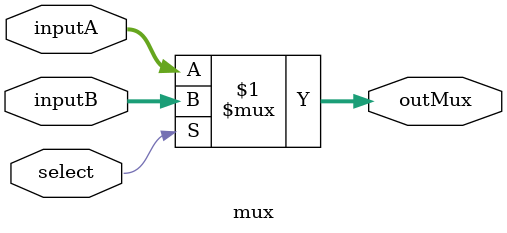
<source format=v>
module mux(inputA, inputB, select, outMux);

	input [31:0]inputA, inputB;
	input select;
	output [31:0]outMux;
	
	assign outMux = select ? inputB : inputA;
	
endmodule

</source>
